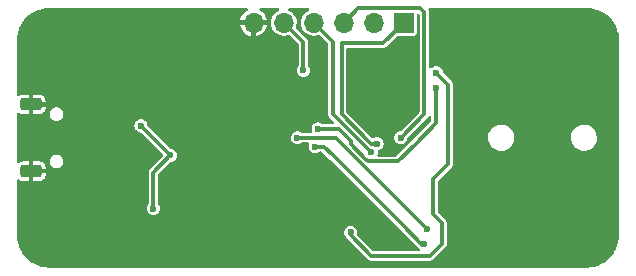
<source format=gbr>
%TF.GenerationSoftware,KiCad,Pcbnew,(6.0.7)*%
%TF.CreationDate,2023-05-28T23:18:47-04:00*%
%TF.ProjectId,microkfd,6d696372-6f6b-4666-942e-6b696361645f,E*%
%TF.SameCoordinates,Original*%
%TF.FileFunction,Copper,L2,Bot*%
%TF.FilePolarity,Positive*%
%FSLAX46Y46*%
G04 Gerber Fmt 4.6, Leading zero omitted, Abs format (unit mm)*
G04 Created by KiCad (PCBNEW (6.0.7)) date 2023-05-28 23:18:47*
%MOMM*%
%LPD*%
G01*
G04 APERTURE LIST*
G04 Aperture macros list*
%AMRoundRect*
0 Rectangle with rounded corners*
0 $1 Rounding radius*
0 $2 $3 $4 $5 $6 $7 $8 $9 X,Y pos of 4 corners*
0 Add a 4 corners polygon primitive as box body*
4,1,4,$2,$3,$4,$5,$6,$7,$8,$9,$2,$3,0*
0 Add four circle primitives for the rounded corners*
1,1,$1+$1,$2,$3*
1,1,$1+$1,$4,$5*
1,1,$1+$1,$6,$7*
1,1,$1+$1,$8,$9*
0 Add four rect primitives between the rounded corners*
20,1,$1+$1,$2,$3,$4,$5,0*
20,1,$1+$1,$4,$5,$6,$7,0*
20,1,$1+$1,$6,$7,$8,$9,0*
20,1,$1+$1,$8,$9,$2,$3,0*%
G04 Aperture macros list end*
%TA.AperFunction,ComponentPad*%
%ADD10RoundRect,0.262500X-0.667500X0.262500X-0.667500X-0.262500X0.667500X-0.262500X0.667500X0.262500X0*%
%TD*%
%TA.AperFunction,ComponentPad*%
%ADD11R,1.700000X1.700000*%
%TD*%
%TA.AperFunction,ComponentPad*%
%ADD12O,1.700000X1.700000*%
%TD*%
%TA.AperFunction,ViaPad*%
%ADD13C,0.600000*%
%TD*%
%TA.AperFunction,Conductor*%
%ADD14C,0.300000*%
%TD*%
G04 APERTURE END LIST*
D10*
%TO.P,J1,6,Shield*%
%TO.N,GND*%
X98450000Y-97175000D03*
X98450000Y-102825000D03*
%TD*%
D11*
%TO.P,J2,1,MISO*%
%TO.N,MISO*%
X130000000Y-90250000D03*
D12*
%TO.P,J2,2,VCC*%
%TO.N,+5V*%
X127460000Y-90250000D03*
%TO.P,J2,3,SCK*%
%TO.N,SCK*%
X124920000Y-90250000D03*
%TO.P,J2,4,MOSI*%
%TO.N,MOSI*%
X122380000Y-90250000D03*
%TO.P,J2,5,~{RST}*%
%TO.N,~{RESET}*%
X119840000Y-90250000D03*
%TO.P,J2,6,GND*%
%TO.N,GND*%
X117300000Y-90250000D03*
%TD*%
D13*
%TO.N,GND*%
X124000000Y-107750000D03*
X124000000Y-106500000D03*
X126250000Y-110500000D03*
X123750000Y-110500000D03*
X125000000Y-110500000D03*
X122500000Y-110500000D03*
X118750000Y-110500000D03*
X113750000Y-110500000D03*
X116250000Y-110500000D03*
X117500000Y-110500000D03*
X115000000Y-110500000D03*
X97750000Y-95500000D03*
X98750000Y-110000000D03*
X98000000Y-109000000D03*
X97750000Y-107500000D03*
X97750000Y-106250000D03*
X97750000Y-105000000D03*
X97750000Y-101250000D03*
X97750000Y-98750000D03*
X97750000Y-100000000D03*
X139750000Y-109000000D03*
X112750000Y-96750000D03*
X113750000Y-95750000D03*
X112750000Y-95750000D03*
X111750000Y-95750000D03*
X108500000Y-101500000D03*
X107750000Y-103000000D03*
X107750000Y-102000000D03*
X107750000Y-101000000D03*
X122750000Y-98250000D03*
X121750000Y-99000000D03*
X127250000Y-95250000D03*
X128000000Y-94500000D03*
X126500000Y-94500000D03*
X124500000Y-103250000D03*
X123750000Y-104000000D03*
X122500000Y-102500000D03*
%TO.N,TWI_S_TX*%
X122500000Y-100750000D03*
%TO.N,TWI_D_TX*%
X125500000Y-108000000D03*
X132750000Y-94500000D03*
%TO.N,TWI_D_RX*%
X132750000Y-95750000D03*
X122750000Y-99250000D03*
%TO.N,GND*%
X146250000Y-98750000D03*
X147250000Y-98750000D03*
X146250000Y-101250000D03*
X146250000Y-102500000D03*
X146250000Y-103750000D03*
X146250000Y-105000000D03*
X147250000Y-105000000D03*
X147250000Y-103750000D03*
X147250000Y-102500000D03*
X147250000Y-101250000D03*
X147250000Y-100000000D03*
%TO.N,TWI_S_TX*%
X131750000Y-109000000D03*
%TO.N,TWI_S_RX*%
X132000000Y-107750000D03*
X121000000Y-100000000D03*
%TO.N,GND*%
X118000000Y-101250000D03*
X118000000Y-99750000D03*
X117250000Y-100500000D03*
X100000000Y-89250000D03*
X101250000Y-89250000D03*
X102500000Y-89250000D03*
X103750000Y-89250000D03*
X105000000Y-89250000D03*
X106250000Y-89250000D03*
X107500000Y-89250000D03*
X108750000Y-89250000D03*
X115000000Y-89250000D03*
X113750000Y-89250000D03*
X112500000Y-89250000D03*
X111250000Y-89250000D03*
X110000000Y-89250000D03*
%TO.N,SCK*%
X129750000Y-100000000D03*
%TO.N,MISO*%
X127750000Y-100500000D03*
%TO.N,MOSI*%
X127250000Y-101250000D03*
%TO.N,~{RESET}*%
X121500000Y-94292393D03*
%TO.N,Net-(C3-Pad1)*%
X108799500Y-106000000D03*
X110250000Y-101500000D03*
X107750000Y-98983000D03*
%TD*%
D14*
%TO.N,TWI_S_TX*%
X123250000Y-100750000D02*
X122500000Y-100750000D01*
X124000000Y-101500000D02*
X123250000Y-100750000D01*
%TO.N,TWI_D_TX*%
X125500000Y-108250000D02*
X125500000Y-108000000D01*
X127250000Y-110000000D02*
X125500000Y-108250000D01*
X132500000Y-109750000D02*
X132250000Y-110000000D01*
X133250000Y-109000000D02*
X132500000Y-109750000D01*
X133250000Y-107250000D02*
X133250000Y-109000000D01*
X132500000Y-106500000D02*
X133250000Y-107250000D01*
X132500000Y-103500000D02*
X132500000Y-106500000D01*
X133750000Y-102250000D02*
X132500000Y-103500000D01*
X132750000Y-94500000D02*
X133750000Y-95500000D01*
X133750000Y-95500000D02*
X133750000Y-98750000D01*
X133750000Y-98750000D02*
X133750000Y-102250000D01*
X132250000Y-110000000D02*
X127250000Y-110000000D01*
%TO.N,TWI_D_RX*%
X132750000Y-98750000D02*
X132750000Y-95750000D01*
X129500000Y-102000000D02*
X131000000Y-100500000D01*
X131000000Y-100500000D02*
X132750000Y-98750000D01*
X128750000Y-102000000D02*
X129500000Y-102000000D01*
X126957106Y-102000000D02*
X128750000Y-102000000D01*
X126750000Y-101792894D02*
X126957106Y-102000000D01*
X125500000Y-100542894D02*
X126750000Y-101792894D01*
X125500000Y-100250000D02*
X125500000Y-100542894D01*
X122750000Y-99250000D02*
X124500000Y-99250000D01*
X124500000Y-99250000D02*
X125500000Y-100250000D01*
%TO.N,MOSI*%
X124000000Y-91870000D02*
X122380000Y-90250000D01*
X124000000Y-98000000D02*
X124000000Y-91870000D01*
X127250000Y-101250000D02*
X124000000Y-98000000D01*
%TO.N,TWI_S_TX*%
X124000000Y-101500000D02*
X130000000Y-107500000D01*
X131500000Y-109000000D02*
X131750000Y-109000000D01*
X130000000Y-107500000D02*
X131500000Y-109000000D01*
%TO.N,TWI_S_RX*%
X124250000Y-100000000D02*
X132000000Y-107750000D01*
X121000000Y-100000000D02*
X124250000Y-100000000D01*
%TO.N,SCK*%
X131750000Y-98000000D02*
X129750000Y-100000000D01*
X131750000Y-89397845D02*
X131750000Y-98000000D01*
X126120000Y-89050000D02*
X131402155Y-89050000D01*
X124920000Y-90250000D02*
X126120000Y-89050000D01*
X131402155Y-89050000D02*
X131750000Y-89397845D01*
%TO.N,MISO*%
X127250000Y-100500000D02*
X127750000Y-100500000D01*
X127000000Y-100250000D02*
X127250000Y-100500000D01*
X124750000Y-98000000D02*
X127000000Y-100250000D01*
X124750000Y-92000000D02*
X124750000Y-98000000D01*
X128250000Y-92000000D02*
X124750000Y-92000000D01*
X130000000Y-90250000D02*
X128250000Y-92000000D01*
%TO.N,~{RESET}*%
X121500000Y-91910000D02*
X121500000Y-94292393D01*
X119840000Y-90250000D02*
X121500000Y-91910000D01*
%TO.N,Net-(C3-Pad1)*%
X108799500Y-102950500D02*
X108799500Y-106000000D01*
X110250000Y-101500000D02*
X108799500Y-102950500D01*
X110250000Y-101483000D02*
X110250000Y-101500000D01*
X107750000Y-98983000D02*
X110250000Y-101483000D01*
%TD*%
%TA.AperFunction,Conductor*%
%TO.N,GND*%
G36*
X116766952Y-89020185D02*
G01*
X116812707Y-89072989D01*
X116822651Y-89142147D01*
X116793626Y-89205703D01*
X116763313Y-89231067D01*
X116626035Y-89312738D01*
X116616877Y-89319392D01*
X116466518Y-89451254D01*
X116458728Y-89459463D01*
X116334916Y-89616518D01*
X116328751Y-89626011D01*
X116235633Y-89803000D01*
X116231300Y-89813461D01*
X116171998Y-90004444D01*
X116169642Y-90015526D01*
X116167658Y-90032293D01*
X116170062Y-90046488D01*
X116182600Y-90050000D01*
X118418720Y-90050000D01*
X118433037Y-90045796D01*
X118434560Y-90036838D01*
X118434044Y-90034057D01*
X118379760Y-89841583D01*
X118375703Y-89831013D01*
X118287252Y-89651652D01*
X118281333Y-89641994D01*
X118161682Y-89481762D01*
X118154101Y-89473342D01*
X118007250Y-89337595D01*
X117998265Y-89330700D01*
X117837666Y-89229370D01*
X117791473Y-89176949D01*
X117780953Y-89107876D01*
X117809448Y-89044081D01*
X117867909Y-89005818D01*
X117903834Y-89000500D01*
X119352752Y-89000500D01*
X119419791Y-89020185D01*
X119465546Y-89072989D01*
X119475490Y-89142147D01*
X119446465Y-89205703D01*
X119395671Y-89240836D01*
X119369521Y-89250483D01*
X119369517Y-89250485D01*
X119364193Y-89252449D01*
X119359310Y-89255354D01*
X119359308Y-89255355D01*
X119232004Y-89331093D01*
X119190371Y-89355862D01*
X119038305Y-89489220D01*
X118913089Y-89648057D01*
X118818914Y-89827053D01*
X118817229Y-89832479D01*
X118817228Y-89832482D01*
X118779421Y-89954244D01*
X118758937Y-90020213D01*
X118735164Y-90221069D01*
X118735535Y-90226731D01*
X118735535Y-90226735D01*
X118740851Y-90307842D01*
X118748392Y-90422894D01*
X118798178Y-90618928D01*
X118800554Y-90624082D01*
X118808205Y-90640677D01*
X118882856Y-90802607D01*
X118999588Y-90967780D01*
X119144466Y-91108913D01*
X119312637Y-91221282D01*
X119498470Y-91301122D01*
X119563222Y-91315774D01*
X119690193Y-91344505D01*
X119690195Y-91344505D01*
X119695740Y-91345760D01*
X119813135Y-91350372D01*
X119892161Y-91353477D01*
X119892163Y-91353477D01*
X119897842Y-91353700D01*
X119903462Y-91352885D01*
X119903465Y-91352885D01*
X120092387Y-91325493D01*
X120092389Y-91325493D01*
X120098007Y-91324678D01*
X120103384Y-91322853D01*
X120103387Y-91322852D01*
X120211841Y-91286036D01*
X120281650Y-91283126D01*
X120339381Y-91315774D01*
X121063181Y-92039574D01*
X121096666Y-92100897D01*
X121099500Y-92127255D01*
X121099500Y-93867947D01*
X121079815Y-93934986D01*
X121073875Y-93943434D01*
X121024089Y-94008316D01*
X121024087Y-94008320D01*
X121019139Y-94014768D01*
X121014801Y-94025241D01*
X120970342Y-94132577D01*
X120963670Y-94148684D01*
X120944750Y-94292393D01*
X120963670Y-94436102D01*
X120966781Y-94443614D01*
X120966782Y-94443616D01*
X120971750Y-94455609D01*
X121019139Y-94570018D01*
X121107379Y-94685014D01*
X121222375Y-94773254D01*
X121229887Y-94776365D01*
X121229886Y-94776365D01*
X121348777Y-94825611D01*
X121348779Y-94825612D01*
X121356291Y-94828723D01*
X121500000Y-94847643D01*
X121643709Y-94828723D01*
X121651221Y-94825612D01*
X121651223Y-94825611D01*
X121770114Y-94776365D01*
X121770113Y-94776365D01*
X121777625Y-94773254D01*
X121892621Y-94685014D01*
X121980861Y-94570018D01*
X122028250Y-94455609D01*
X122033218Y-94443616D01*
X122033219Y-94443614D01*
X122036330Y-94436102D01*
X122055250Y-94292393D01*
X122036330Y-94148684D01*
X122029659Y-94132577D01*
X121985199Y-94025241D01*
X121980861Y-94014768D01*
X121975913Y-94008320D01*
X121975911Y-94008316D01*
X121926125Y-93943434D01*
X121900930Y-93878265D01*
X121900500Y-93867947D01*
X121900500Y-91846567D01*
X121893653Y-91825494D01*
X121889111Y-91806574D01*
X121887173Y-91794338D01*
X121885646Y-91784696D01*
X121880540Y-91774674D01*
X121875588Y-91764956D01*
X121868142Y-91746979D01*
X121864312Y-91735192D01*
X121861297Y-91725911D01*
X121848270Y-91707981D01*
X121838108Y-91691398D01*
X121832480Y-91680353D01*
X121828050Y-91671658D01*
X121805487Y-91649095D01*
X121805484Y-91649091D01*
X120905774Y-90749381D01*
X120872289Y-90688058D01*
X120876036Y-90621841D01*
X120912852Y-90513387D01*
X120912853Y-90513384D01*
X120914678Y-90508007D01*
X120920530Y-90467645D01*
X120943176Y-90311458D01*
X120943176Y-90311453D01*
X120943700Y-90307842D01*
X120945215Y-90250000D01*
X120926708Y-90048591D01*
X120871807Y-89853926D01*
X120782351Y-89672527D01*
X120661335Y-89510467D01*
X120512812Y-89373174D01*
X120480762Y-89352952D01*
X120346566Y-89268280D01*
X120346564Y-89268279D01*
X120341757Y-89265246D01*
X120277655Y-89239672D01*
X120222682Y-89196547D01*
X120199752Y-89130548D01*
X120216143Y-89062628D01*
X120266653Y-89014352D01*
X120323604Y-89000500D01*
X121892752Y-89000500D01*
X121959791Y-89020185D01*
X122005546Y-89072989D01*
X122015490Y-89142147D01*
X121986465Y-89205703D01*
X121935671Y-89240836D01*
X121909521Y-89250483D01*
X121909517Y-89250485D01*
X121904193Y-89252449D01*
X121899310Y-89255354D01*
X121899308Y-89255355D01*
X121772004Y-89331093D01*
X121730371Y-89355862D01*
X121578305Y-89489220D01*
X121453089Y-89648057D01*
X121358914Y-89827053D01*
X121357229Y-89832479D01*
X121357228Y-89832482D01*
X121319421Y-89954244D01*
X121298937Y-90020213D01*
X121275164Y-90221069D01*
X121275535Y-90226731D01*
X121275535Y-90226735D01*
X121280851Y-90307842D01*
X121288392Y-90422894D01*
X121338178Y-90618928D01*
X121340554Y-90624082D01*
X121348205Y-90640677D01*
X121422856Y-90802607D01*
X121539588Y-90967780D01*
X121684466Y-91108913D01*
X121852637Y-91221282D01*
X122038470Y-91301122D01*
X122103222Y-91315774D01*
X122230193Y-91344505D01*
X122230195Y-91344505D01*
X122235740Y-91345760D01*
X122353135Y-91350372D01*
X122432161Y-91353477D01*
X122432163Y-91353477D01*
X122437842Y-91353700D01*
X122443462Y-91352885D01*
X122443465Y-91352885D01*
X122632387Y-91325493D01*
X122632389Y-91325493D01*
X122638007Y-91324678D01*
X122643384Y-91322853D01*
X122643387Y-91322852D01*
X122751841Y-91286036D01*
X122821650Y-91283126D01*
X122879381Y-91315774D01*
X123563181Y-91999574D01*
X123596666Y-92060897D01*
X123599500Y-92087255D01*
X123599500Y-98063433D01*
X123602515Y-98072711D01*
X123606345Y-98084499D01*
X123610889Y-98103424D01*
X123614354Y-98125304D01*
X123618783Y-98133997D01*
X123618785Y-98134002D01*
X123624413Y-98145048D01*
X123631857Y-98163019D01*
X123634663Y-98171653D01*
X123638704Y-98184090D01*
X123651726Y-98202013D01*
X123661892Y-98218602D01*
X123671950Y-98238342D01*
X123694513Y-98260905D01*
X123694516Y-98260909D01*
X124071426Y-98637819D01*
X124104911Y-98699142D01*
X124099927Y-98768834D01*
X124058055Y-98824767D01*
X123992591Y-98849184D01*
X123983745Y-98849500D01*
X123174446Y-98849500D01*
X123107407Y-98829815D01*
X123098959Y-98823875D01*
X123034077Y-98774089D01*
X123034072Y-98774086D01*
X123027625Y-98769139D01*
X122991593Y-98754214D01*
X122901223Y-98716782D01*
X122901221Y-98716781D01*
X122893709Y-98713670D01*
X122750000Y-98694750D01*
X122606291Y-98713670D01*
X122598779Y-98716781D01*
X122598777Y-98716782D01*
X122508407Y-98754214D01*
X122472375Y-98769139D01*
X122465928Y-98774086D01*
X122399880Y-98824767D01*
X122357379Y-98857379D01*
X122269139Y-98972375D01*
X122213670Y-99106291D01*
X122194750Y-99250000D01*
X122213670Y-99393709D01*
X122223183Y-99416675D01*
X122227894Y-99428049D01*
X122235361Y-99497519D01*
X122204085Y-99559997D01*
X122143996Y-99595649D01*
X122113332Y-99599500D01*
X121424446Y-99599500D01*
X121357407Y-99579815D01*
X121348959Y-99573875D01*
X121284077Y-99524089D01*
X121284072Y-99524086D01*
X121277625Y-99519139D01*
X121225429Y-99497519D01*
X121151223Y-99466782D01*
X121151221Y-99466781D01*
X121143709Y-99463670D01*
X121000000Y-99444750D01*
X120856291Y-99463670D01*
X120848779Y-99466781D01*
X120848777Y-99466782D01*
X120774571Y-99497519D01*
X120722375Y-99519139D01*
X120607379Y-99607379D01*
X120519139Y-99722375D01*
X120516028Y-99729886D01*
X120468665Y-99844233D01*
X120463670Y-99856291D01*
X120444750Y-100000000D01*
X120463670Y-100143709D01*
X120466781Y-100151221D01*
X120466782Y-100151223D01*
X120471039Y-100161500D01*
X120519139Y-100277625D01*
X120607379Y-100392621D01*
X120613822Y-100397565D01*
X120688184Y-100454625D01*
X120722375Y-100480861D01*
X120729887Y-100483972D01*
X120729886Y-100483972D01*
X120848777Y-100533218D01*
X120848779Y-100533219D01*
X120856291Y-100536330D01*
X121000000Y-100555250D01*
X121143709Y-100536330D01*
X121151221Y-100533219D01*
X121151223Y-100533218D01*
X121270114Y-100483972D01*
X121270113Y-100483972D01*
X121277625Y-100480861D01*
X121284073Y-100475913D01*
X121284077Y-100475911D01*
X121348959Y-100426125D01*
X121414128Y-100400930D01*
X121424446Y-100400500D01*
X121863332Y-100400500D01*
X121930371Y-100420185D01*
X121976126Y-100472989D01*
X121986070Y-100542147D01*
X121977894Y-100571950D01*
X121963670Y-100606291D01*
X121944750Y-100750000D01*
X121963670Y-100893709D01*
X121966781Y-100901221D01*
X121966782Y-100901223D01*
X121992209Y-100962609D01*
X122019139Y-101027625D01*
X122107379Y-101142621D01*
X122113822Y-101147565D01*
X122199261Y-101213125D01*
X122222375Y-101230861D01*
X122258407Y-101245786D01*
X122348777Y-101283218D01*
X122348779Y-101283219D01*
X122356291Y-101286330D01*
X122500000Y-101305250D01*
X122643709Y-101286330D01*
X122651221Y-101283219D01*
X122651223Y-101283218D01*
X122741593Y-101245786D01*
X122777625Y-101230861D01*
X122784073Y-101225913D01*
X122784077Y-101225911D01*
X122848959Y-101176125D01*
X122914128Y-101150930D01*
X122924446Y-101150500D01*
X123032745Y-101150500D01*
X123099784Y-101170185D01*
X123120426Y-101186819D01*
X123694516Y-101760909D01*
X129694513Y-107760905D01*
X129694516Y-107760909D01*
X131171950Y-109238342D01*
X131261658Y-109328050D01*
X131281396Y-109338107D01*
X131297986Y-109348274D01*
X131315910Y-109361296D01*
X131321660Y-109363164D01*
X131350044Y-109383786D01*
X131352432Y-109386174D01*
X131355021Y-109389548D01*
X131387562Y-109449142D01*
X131382578Y-109518834D01*
X131340706Y-109574767D01*
X131275242Y-109599184D01*
X131266396Y-109599500D01*
X127467255Y-109599500D01*
X127400216Y-109579815D01*
X127379574Y-109563181D01*
X126069978Y-108253585D01*
X126036493Y-108192262D01*
X126037644Y-108143882D01*
X126036330Y-108143709D01*
X126054189Y-108008059D01*
X126055250Y-108000000D01*
X126036330Y-107856291D01*
X126014904Y-107804562D01*
X125983972Y-107729886D01*
X125980861Y-107722375D01*
X125892621Y-107607379D01*
X125777625Y-107519139D01*
X125741593Y-107504214D01*
X125651223Y-107466782D01*
X125651221Y-107466781D01*
X125643709Y-107463670D01*
X125500000Y-107444750D01*
X125356291Y-107463670D01*
X125348779Y-107466781D01*
X125348777Y-107466782D01*
X125258407Y-107504214D01*
X125222375Y-107519139D01*
X125107379Y-107607379D01*
X125019139Y-107722375D01*
X125016028Y-107729886D01*
X124985097Y-107804562D01*
X124963670Y-107856291D01*
X124944750Y-108000000D01*
X124963670Y-108143709D01*
X124966781Y-108151221D01*
X124966782Y-108151223D01*
X124992418Y-108213115D01*
X125019139Y-108277625D01*
X125107379Y-108392621D01*
X125113821Y-108397564D01*
X125116214Y-108399957D01*
X125136835Y-108428339D01*
X125138704Y-108434090D01*
X125151728Y-108452016D01*
X125161892Y-108468602D01*
X125171950Y-108488342D01*
X125194513Y-108510905D01*
X125194516Y-108510909D01*
X126989091Y-110305484D01*
X126989095Y-110305487D01*
X127011658Y-110328050D01*
X127031401Y-110338109D01*
X127047988Y-110348274D01*
X127058017Y-110355561D01*
X127058019Y-110355562D01*
X127065911Y-110361296D01*
X127075190Y-110364311D01*
X127086978Y-110368141D01*
X127104954Y-110375587D01*
X127124696Y-110385646D01*
X127146576Y-110389111D01*
X127165501Y-110393655D01*
X127186567Y-110400500D01*
X132313433Y-110400500D01*
X132334499Y-110393655D01*
X132353424Y-110389111D01*
X132375304Y-110385646D01*
X132383997Y-110381217D01*
X132384002Y-110381215D01*
X132395048Y-110375587D01*
X132413019Y-110368143D01*
X132421653Y-110365337D01*
X132434090Y-110361296D01*
X132452016Y-110348272D01*
X132468602Y-110338108D01*
X132488342Y-110328050D01*
X132510905Y-110305487D01*
X132510909Y-110305484D01*
X132760906Y-110055486D01*
X132760909Y-110055484D01*
X133555483Y-109260909D01*
X133578050Y-109238342D01*
X133588108Y-109218603D01*
X133598274Y-109202013D01*
X133605561Y-109191983D01*
X133611296Y-109184090D01*
X133617649Y-109164538D01*
X133618143Y-109163019D01*
X133625587Y-109145048D01*
X133631215Y-109134002D01*
X133631217Y-109133997D01*
X133635646Y-109125304D01*
X133639111Y-109103424D01*
X133643655Y-109084499D01*
X133647485Y-109072711D01*
X133650500Y-109063433D01*
X133650500Y-107186567D01*
X133643655Y-107165501D01*
X133639111Y-107146575D01*
X133637172Y-107134333D01*
X133635646Y-107124696D01*
X133631217Y-107116003D01*
X133631215Y-107115998D01*
X133625587Y-107104952D01*
X133618143Y-107086981D01*
X133614312Y-107075192D01*
X133611296Y-107065910D01*
X133598274Y-107047986D01*
X133588107Y-107031396D01*
X133582480Y-107020353D01*
X133578050Y-107011658D01*
X133220130Y-106653738D01*
X132936819Y-106370426D01*
X132903334Y-106309103D01*
X132900500Y-106282745D01*
X132900500Y-103717255D01*
X132920185Y-103650216D01*
X132936819Y-103629574D01*
X134055484Y-102510909D01*
X134055487Y-102510905D01*
X134078050Y-102488342D01*
X134088108Y-102468602D01*
X134098272Y-102452016D01*
X134111296Y-102434090D01*
X134115337Y-102421653D01*
X134118143Y-102413019D01*
X134125587Y-102395048D01*
X134131215Y-102384002D01*
X134131217Y-102383997D01*
X134135646Y-102375304D01*
X134139111Y-102353424D01*
X134143655Y-102334499D01*
X134147485Y-102322711D01*
X134150500Y-102313433D01*
X134150500Y-99945996D01*
X137145814Y-99945996D01*
X137155523Y-100155767D01*
X137204724Y-100359918D01*
X137207164Y-100365286D01*
X137207166Y-100365290D01*
X137264751Y-100491941D01*
X137291640Y-100551081D01*
X137413137Y-100722360D01*
X137417404Y-100726444D01*
X137417405Y-100726446D01*
X137560564Y-100863491D01*
X137560568Y-100863495D01*
X137564831Y-100867575D01*
X137741246Y-100981485D01*
X137746721Y-100983692D01*
X137746724Y-100983693D01*
X137930539Y-101057773D01*
X137930544Y-101057774D01*
X137936019Y-101059981D01*
X138142122Y-101100230D01*
X138147643Y-101100500D01*
X138302469Y-101100500D01*
X138459046Y-101085561D01*
X138464706Y-101083901D01*
X138464709Y-101083900D01*
X138559797Y-101056004D01*
X138660549Y-101026447D01*
X138747848Y-100981485D01*
X138841996Y-100932996D01*
X138842001Y-100932993D01*
X138847239Y-100930295D01*
X139012379Y-100800576D01*
X139084432Y-100717543D01*
X139146146Y-100646424D01*
X139146147Y-100646423D01*
X139150010Y-100641971D01*
X139170651Y-100606291D01*
X139252210Y-100465311D01*
X139252211Y-100465309D01*
X139255166Y-100460201D01*
X139324053Y-100261826D01*
X139354186Y-100054004D01*
X139349187Y-99945996D01*
X144145814Y-99945996D01*
X144155523Y-100155767D01*
X144204724Y-100359918D01*
X144207164Y-100365286D01*
X144207166Y-100365290D01*
X144264751Y-100491941D01*
X144291640Y-100551081D01*
X144413137Y-100722360D01*
X144417404Y-100726444D01*
X144417405Y-100726446D01*
X144560564Y-100863491D01*
X144560568Y-100863495D01*
X144564831Y-100867575D01*
X144741246Y-100981485D01*
X144746721Y-100983692D01*
X144746724Y-100983693D01*
X144930539Y-101057773D01*
X144930544Y-101057774D01*
X144936019Y-101059981D01*
X145142122Y-101100230D01*
X145147643Y-101100500D01*
X145302469Y-101100500D01*
X145459046Y-101085561D01*
X145464706Y-101083901D01*
X145464709Y-101083900D01*
X145559797Y-101056004D01*
X145660549Y-101026447D01*
X145747848Y-100981485D01*
X145841996Y-100932996D01*
X145842001Y-100932993D01*
X145847239Y-100930295D01*
X146012379Y-100800576D01*
X146084432Y-100717543D01*
X146146146Y-100646424D01*
X146146147Y-100646423D01*
X146150010Y-100641971D01*
X146170651Y-100606291D01*
X146252210Y-100465311D01*
X146252211Y-100465309D01*
X146255166Y-100460201D01*
X146324053Y-100261826D01*
X146354186Y-100054004D01*
X146344477Y-99844233D01*
X146320325Y-99744018D01*
X146296658Y-99645815D01*
X146296657Y-99645812D01*
X146295276Y-99640082D01*
X146283337Y-99613822D01*
X146210802Y-99454290D01*
X146208360Y-99448919D01*
X146086863Y-99277640D01*
X146082595Y-99273554D01*
X145939436Y-99136509D01*
X145939432Y-99136505D01*
X145935169Y-99132425D01*
X145758754Y-99018515D01*
X145753279Y-99016308D01*
X145753276Y-99016307D01*
X145569461Y-98942227D01*
X145569456Y-98942226D01*
X145563981Y-98940019D01*
X145357878Y-98899770D01*
X145352357Y-98899500D01*
X145197531Y-98899500D01*
X145040954Y-98914439D01*
X145035294Y-98916099D01*
X145035291Y-98916100D01*
X144940203Y-98943996D01*
X144839451Y-98973553D01*
X144834202Y-98976256D01*
X144834203Y-98976256D01*
X144658004Y-99067004D01*
X144657999Y-99067007D01*
X144652761Y-99069705D01*
X144487621Y-99199424D01*
X144349990Y-99358029D01*
X144347037Y-99363134D01*
X144347036Y-99363135D01*
X144249886Y-99531067D01*
X144244834Y-99539799D01*
X144175947Y-99738174D01*
X144145814Y-99945996D01*
X139349187Y-99945996D01*
X139344477Y-99844233D01*
X139320325Y-99744018D01*
X139296658Y-99645815D01*
X139296657Y-99645812D01*
X139295276Y-99640082D01*
X139283337Y-99613822D01*
X139210802Y-99454290D01*
X139208360Y-99448919D01*
X139086863Y-99277640D01*
X139082595Y-99273554D01*
X138939436Y-99136509D01*
X138939432Y-99136505D01*
X138935169Y-99132425D01*
X138758754Y-99018515D01*
X138753279Y-99016308D01*
X138753276Y-99016307D01*
X138569461Y-98942227D01*
X138569456Y-98942226D01*
X138563981Y-98940019D01*
X138357878Y-98899770D01*
X138352357Y-98899500D01*
X138197531Y-98899500D01*
X138040954Y-98914439D01*
X138035294Y-98916099D01*
X138035291Y-98916100D01*
X137940203Y-98943996D01*
X137839451Y-98973553D01*
X137834202Y-98976256D01*
X137834203Y-98976256D01*
X137658004Y-99067004D01*
X137657999Y-99067007D01*
X137652761Y-99069705D01*
X137487621Y-99199424D01*
X137349990Y-99358029D01*
X137347037Y-99363134D01*
X137347036Y-99363135D01*
X137249886Y-99531067D01*
X137244834Y-99539799D01*
X137175947Y-99738174D01*
X137145814Y-99945996D01*
X134150500Y-99945996D01*
X134150500Y-95436567D01*
X134143653Y-95415494D01*
X134139111Y-95396574D01*
X134135646Y-95374696D01*
X134126823Y-95357379D01*
X134125588Y-95354956D01*
X134118142Y-95336979D01*
X134114312Y-95325192D01*
X134111297Y-95315911D01*
X134098270Y-95297981D01*
X134088108Y-95281398D01*
X134082480Y-95270353D01*
X134078050Y-95261658D01*
X134055487Y-95239095D01*
X134055484Y-95239091D01*
X133333325Y-94516932D01*
X133299840Y-94455609D01*
X133298067Y-94445437D01*
X133287392Y-94364354D01*
X133287391Y-94364351D01*
X133286330Y-94356291D01*
X133230861Y-94222375D01*
X133142621Y-94107379D01*
X133027625Y-94019139D01*
X132991593Y-94004214D01*
X132901223Y-93966782D01*
X132901221Y-93966781D01*
X132893709Y-93963670D01*
X132750000Y-93944750D01*
X132606291Y-93963670D01*
X132598779Y-93966781D01*
X132598777Y-93966782D01*
X132508407Y-94004214D01*
X132472375Y-94019139D01*
X132357379Y-94107379D01*
X132357011Y-94106899D01*
X132300858Y-94137561D01*
X132231166Y-94132577D01*
X132175233Y-94090705D01*
X132150816Y-94025241D01*
X132150500Y-94016395D01*
X132150500Y-89334412D01*
X132143655Y-89313346D01*
X132139111Y-89294420D01*
X132137172Y-89282178D01*
X132135646Y-89272541D01*
X132131217Y-89263848D01*
X132131215Y-89263843D01*
X132125587Y-89252797D01*
X132118143Y-89234826D01*
X132114312Y-89223037D01*
X132111296Y-89213755D01*
X132105562Y-89205863D01*
X132105559Y-89205857D01*
X132099404Y-89197386D01*
X132075923Y-89131580D01*
X132091748Y-89063526D01*
X132141853Y-89014831D01*
X132199721Y-89000500D01*
X145463115Y-89000500D01*
X145487306Y-89002883D01*
X145500000Y-89005408D01*
X145511978Y-89003026D01*
X145524191Y-89003026D01*
X145524191Y-89003219D01*
X145534950Y-89002463D01*
X145629045Y-89007747D01*
X145800894Y-89017398D01*
X145814712Y-89018955D01*
X146104953Y-89068269D01*
X146118510Y-89071363D01*
X146401413Y-89152866D01*
X146414538Y-89157459D01*
X146686528Y-89270121D01*
X146699056Y-89276154D01*
X146810226Y-89337595D01*
X146956732Y-89418566D01*
X146968495Y-89425957D01*
X147139175Y-89547061D01*
X147208605Y-89596324D01*
X147219477Y-89604995D01*
X147438997Y-89801171D01*
X147448829Y-89811003D01*
X147645005Y-90030523D01*
X147653676Y-90041395D01*
X147804287Y-90253661D01*
X147824039Y-90281499D01*
X147831437Y-90293273D01*
X147973846Y-90550944D01*
X147979879Y-90563472D01*
X148092541Y-90835462D01*
X148097134Y-90848587D01*
X148170990Y-91104945D01*
X148178637Y-91131490D01*
X148181731Y-91145046D01*
X148183797Y-91157206D01*
X148231045Y-91435288D01*
X148232602Y-91449106D01*
X148247141Y-91707989D01*
X148247537Y-91715048D01*
X148246781Y-91725809D01*
X148246974Y-91725809D01*
X148246974Y-91738022D01*
X148244592Y-91750000D01*
X148246975Y-91761979D01*
X148247117Y-91762694D01*
X148249500Y-91786885D01*
X148249500Y-108213115D01*
X148247117Y-108237306D01*
X148244592Y-108250000D01*
X148246974Y-108261978D01*
X148246974Y-108274191D01*
X148246781Y-108274191D01*
X148247537Y-108284950D01*
X148247400Y-108287391D01*
X148232602Y-108550894D01*
X148231045Y-108564712D01*
X148181731Y-108854953D01*
X148178637Y-108868510D01*
X148097134Y-109151413D01*
X148092541Y-109164538D01*
X147979879Y-109436528D01*
X147973846Y-109449056D01*
X147831437Y-109706727D01*
X147824039Y-109718501D01*
X147653676Y-109958605D01*
X147645005Y-109969477D01*
X147448829Y-110188997D01*
X147438997Y-110198829D01*
X147219477Y-110395005D01*
X147208605Y-110403676D01*
X146968495Y-110574043D01*
X146956732Y-110581434D01*
X146842625Y-110644499D01*
X146699056Y-110723846D01*
X146686528Y-110729879D01*
X146414538Y-110842541D01*
X146401413Y-110847134D01*
X146118510Y-110928637D01*
X146104953Y-110931731D01*
X145814712Y-110981045D01*
X145800894Y-110982602D01*
X145629045Y-110992253D01*
X145534950Y-110997537D01*
X145524191Y-110996781D01*
X145524191Y-110996974D01*
X145511978Y-110996974D01*
X145500000Y-110994592D01*
X145487345Y-110997109D01*
X145487306Y-110997117D01*
X145463115Y-110999500D01*
X100036885Y-110999500D01*
X100012694Y-110997117D01*
X100012655Y-110997109D01*
X100000000Y-110994592D01*
X99988022Y-110996974D01*
X99975809Y-110996974D01*
X99975809Y-110996781D01*
X99965050Y-110997537D01*
X99870955Y-110992253D01*
X99699106Y-110982602D01*
X99685288Y-110981045D01*
X99395047Y-110931731D01*
X99381490Y-110928637D01*
X99098587Y-110847134D01*
X99085462Y-110842541D01*
X98813472Y-110729879D01*
X98800944Y-110723846D01*
X98657375Y-110644499D01*
X98543268Y-110581434D01*
X98531505Y-110574043D01*
X98291395Y-110403676D01*
X98280523Y-110395005D01*
X98061003Y-110198829D01*
X98051171Y-110188997D01*
X97854995Y-109969477D01*
X97846324Y-109958605D01*
X97675961Y-109718501D01*
X97668563Y-109706727D01*
X97526154Y-109449056D01*
X97520121Y-109436528D01*
X97407459Y-109164538D01*
X97402866Y-109151413D01*
X97321363Y-108868510D01*
X97318269Y-108854953D01*
X97268955Y-108564712D01*
X97267398Y-108550894D01*
X97252600Y-108287391D01*
X97252463Y-108284950D01*
X97253219Y-108274191D01*
X97253026Y-108274191D01*
X97253026Y-108261978D01*
X97255408Y-108250000D01*
X97252883Y-108237306D01*
X97250500Y-108213115D01*
X97250500Y-103639745D01*
X97270185Y-103572706D01*
X97322989Y-103526951D01*
X97392147Y-103517007D01*
X97449986Y-103541369D01*
X97492376Y-103573896D01*
X97506331Y-103581953D01*
X97628149Y-103632412D01*
X97643717Y-103636583D01*
X97741610Y-103649471D01*
X97749683Y-103650000D01*
X98232170Y-103650000D01*
X98247169Y-103645596D01*
X98248356Y-103644226D01*
X98250000Y-103636668D01*
X98250000Y-103632170D01*
X98650000Y-103632170D01*
X98654404Y-103647169D01*
X98655774Y-103648356D01*
X98663332Y-103650000D01*
X99150317Y-103650000D01*
X99158390Y-103649471D01*
X99256283Y-103636583D01*
X99271851Y-103632412D01*
X99393669Y-103581953D01*
X99407624Y-103573896D01*
X99512233Y-103493627D01*
X99523627Y-103482233D01*
X99603896Y-103377624D01*
X99611953Y-103363669D01*
X99662412Y-103241851D01*
X99666583Y-103226283D01*
X99679471Y-103128390D01*
X99680000Y-103120317D01*
X99680000Y-103042830D01*
X99675596Y-103027831D01*
X99674226Y-103026644D01*
X99666668Y-103025000D01*
X98667830Y-103025000D01*
X98652831Y-103029404D01*
X98651644Y-103030774D01*
X98650000Y-103038332D01*
X98650000Y-103632170D01*
X98250000Y-103632170D01*
X98250000Y-102607170D01*
X98650000Y-102607170D01*
X98654404Y-102622169D01*
X98655774Y-102623356D01*
X98663332Y-102625000D01*
X99662170Y-102625000D01*
X99677169Y-102620596D01*
X99678356Y-102619226D01*
X99680000Y-102611668D01*
X99680000Y-102529683D01*
X99679471Y-102521610D01*
X99666583Y-102423717D01*
X99662412Y-102408149D01*
X99611953Y-102286331D01*
X99603896Y-102272376D01*
X99523627Y-102167767D01*
X99512233Y-102156373D01*
X99407624Y-102076104D01*
X99393669Y-102068047D01*
X99271851Y-102017588D01*
X99256283Y-102013417D01*
X99158390Y-102000529D01*
X99150317Y-102000000D01*
X100019534Y-102000000D01*
X100039313Y-102150236D01*
X100042422Y-102157743D01*
X100042423Y-102157745D01*
X100068308Y-102220235D01*
X100097302Y-102290233D01*
X100189549Y-102410451D01*
X100309767Y-102502698D01*
X100374914Y-102529683D01*
X100442255Y-102557577D01*
X100442257Y-102557578D01*
X100449764Y-102560687D01*
X100457823Y-102561748D01*
X100558260Y-102574971D01*
X100558264Y-102574971D01*
X100562280Y-102575500D01*
X100637720Y-102575500D01*
X100641736Y-102574971D01*
X100641740Y-102574971D01*
X100742177Y-102561748D01*
X100750236Y-102560687D01*
X100757743Y-102557578D01*
X100757745Y-102557577D01*
X100825086Y-102529683D01*
X100890233Y-102502698D01*
X101010451Y-102410451D01*
X101102698Y-102290233D01*
X101131692Y-102220235D01*
X101157577Y-102157745D01*
X101157578Y-102157743D01*
X101160687Y-102150236D01*
X101180466Y-102000000D01*
X101160687Y-101849764D01*
X101102698Y-101709767D01*
X101010451Y-101589549D01*
X100997766Y-101579815D01*
X100896680Y-101502249D01*
X100890233Y-101497302D01*
X100812592Y-101465142D01*
X100757745Y-101442423D01*
X100757743Y-101442422D01*
X100750236Y-101439313D01*
X100742177Y-101438252D01*
X100641740Y-101425029D01*
X100641736Y-101425029D01*
X100637720Y-101424500D01*
X100562280Y-101424500D01*
X100558264Y-101425029D01*
X100558260Y-101425029D01*
X100457823Y-101438252D01*
X100449764Y-101439313D01*
X100442257Y-101442422D01*
X100442255Y-101442423D01*
X100387408Y-101465142D01*
X100309767Y-101497302D01*
X100303320Y-101502249D01*
X100202235Y-101579815D01*
X100189549Y-101589549D01*
X100097302Y-101709767D01*
X100039313Y-101849764D01*
X100019534Y-102000000D01*
X99150317Y-102000000D01*
X98667830Y-102000000D01*
X98652831Y-102004404D01*
X98651644Y-102005774D01*
X98650000Y-102013332D01*
X98650000Y-102607170D01*
X98250000Y-102607170D01*
X98250000Y-102017830D01*
X98245596Y-102002831D01*
X98244226Y-102001644D01*
X98236668Y-102000000D01*
X97749683Y-102000000D01*
X97741610Y-102000529D01*
X97643717Y-102013417D01*
X97628149Y-102017588D01*
X97506331Y-102068047D01*
X97492376Y-102076104D01*
X97449986Y-102108631D01*
X97384817Y-102133825D01*
X97316372Y-102119787D01*
X97266383Y-102070973D01*
X97250500Y-102010255D01*
X97250500Y-98983000D01*
X107194750Y-98983000D01*
X107213670Y-99126709D01*
X107269139Y-99260625D01*
X107357379Y-99375621D01*
X107472375Y-99463861D01*
X107479887Y-99466972D01*
X107479886Y-99466972D01*
X107598777Y-99516218D01*
X107598779Y-99516219D01*
X107606291Y-99519330D01*
X107614351Y-99520391D01*
X107614354Y-99520392D01*
X107695437Y-99531067D01*
X107759334Y-99559334D01*
X107766932Y-99566325D01*
X109604426Y-101403819D01*
X109637911Y-101465142D01*
X109632927Y-101534834D01*
X109604426Y-101579181D01*
X108494016Y-102689591D01*
X108494013Y-102689595D01*
X108471450Y-102712158D01*
X108467020Y-102720853D01*
X108461394Y-102731895D01*
X108451228Y-102748484D01*
X108438204Y-102766410D01*
X108435187Y-102775696D01*
X108431357Y-102787481D01*
X108423913Y-102805452D01*
X108418285Y-102816498D01*
X108418283Y-102816503D01*
X108413854Y-102825196D01*
X108412328Y-102834833D01*
X108410389Y-102847075D01*
X108405845Y-102866001D01*
X108399000Y-102887067D01*
X108399000Y-105575554D01*
X108379315Y-105642593D01*
X108373375Y-105651041D01*
X108323589Y-105715923D01*
X108323587Y-105715927D01*
X108318639Y-105722375D01*
X108263170Y-105856291D01*
X108244250Y-106000000D01*
X108263170Y-106143709D01*
X108318639Y-106277625D01*
X108406879Y-106392621D01*
X108521875Y-106480861D01*
X108529387Y-106483972D01*
X108529386Y-106483972D01*
X108648277Y-106533218D01*
X108648279Y-106533219D01*
X108655791Y-106536330D01*
X108799500Y-106555250D01*
X108943209Y-106536330D01*
X108950721Y-106533219D01*
X108950723Y-106533218D01*
X109069614Y-106483972D01*
X109069613Y-106483972D01*
X109077125Y-106480861D01*
X109192121Y-106392621D01*
X109280361Y-106277625D01*
X109335830Y-106143709D01*
X109354750Y-106000000D01*
X109335830Y-105856291D01*
X109280361Y-105722375D01*
X109275413Y-105715927D01*
X109275411Y-105715923D01*
X109225625Y-105651041D01*
X109200430Y-105585872D01*
X109200000Y-105575554D01*
X109200000Y-103167755D01*
X109219685Y-103100716D01*
X109236319Y-103080074D01*
X110233068Y-102083325D01*
X110294391Y-102049840D01*
X110304563Y-102048067D01*
X110385646Y-102037392D01*
X110385649Y-102037391D01*
X110393709Y-102036330D01*
X110401221Y-102033219D01*
X110401223Y-102033218D01*
X110520114Y-101983972D01*
X110520113Y-101983972D01*
X110527625Y-101980861D01*
X110642621Y-101892621D01*
X110730861Y-101777625D01*
X110786330Y-101643709D01*
X110805250Y-101500000D01*
X110786330Y-101356291D01*
X110765189Y-101305250D01*
X110738965Y-101241940D01*
X110730861Y-101222375D01*
X110642621Y-101107379D01*
X110614919Y-101086122D01*
X110534072Y-101024086D01*
X110527625Y-101019139D01*
X110393709Y-100963670D01*
X110336758Y-100956172D01*
X110324141Y-100954511D01*
X110260245Y-100926244D01*
X110252646Y-100919253D01*
X108333325Y-98999932D01*
X108299840Y-98938609D01*
X108298067Y-98928437D01*
X108287392Y-98847354D01*
X108287391Y-98847351D01*
X108286330Y-98839291D01*
X108275620Y-98813433D01*
X108233972Y-98712886D01*
X108230861Y-98705375D01*
X108142621Y-98590379D01*
X108123231Y-98575500D01*
X108034072Y-98507086D01*
X108027625Y-98502139D01*
X107991593Y-98487214D01*
X107901223Y-98449782D01*
X107901221Y-98449781D01*
X107893709Y-98446670D01*
X107750000Y-98427750D01*
X107606291Y-98446670D01*
X107598779Y-98449781D01*
X107598777Y-98449782D01*
X107508407Y-98487214D01*
X107472375Y-98502139D01*
X107465928Y-98507086D01*
X107376770Y-98575500D01*
X107357379Y-98590379D01*
X107269139Y-98705375D01*
X107266028Y-98712886D01*
X107224381Y-98813433D01*
X107213670Y-98839291D01*
X107194750Y-98983000D01*
X97250500Y-98983000D01*
X97250500Y-97989745D01*
X97270185Y-97922706D01*
X97322989Y-97876951D01*
X97392147Y-97867007D01*
X97449986Y-97891369D01*
X97492376Y-97923896D01*
X97506331Y-97931953D01*
X97628149Y-97982412D01*
X97643717Y-97986583D01*
X97741610Y-97999471D01*
X97749683Y-98000000D01*
X98232170Y-98000000D01*
X98247169Y-97995596D01*
X98248356Y-97994226D01*
X98250000Y-97986668D01*
X98250000Y-97982170D01*
X98650000Y-97982170D01*
X98654404Y-97997169D01*
X98655774Y-97998356D01*
X98663332Y-98000000D01*
X99150317Y-98000000D01*
X100019534Y-98000000D01*
X100039313Y-98150236D01*
X100042422Y-98157743D01*
X100042423Y-98157745D01*
X100067632Y-98218604D01*
X100097302Y-98290233D01*
X100189549Y-98410451D01*
X100195992Y-98415395D01*
X100236750Y-98446670D01*
X100309767Y-98502698D01*
X100320361Y-98507086D01*
X100442255Y-98557577D01*
X100442257Y-98557578D01*
X100449764Y-98560687D01*
X100457823Y-98561748D01*
X100558260Y-98574971D01*
X100558264Y-98574971D01*
X100562280Y-98575500D01*
X100637720Y-98575500D01*
X100641736Y-98574971D01*
X100641740Y-98574971D01*
X100742177Y-98561748D01*
X100750236Y-98560687D01*
X100757743Y-98557578D01*
X100757745Y-98557577D01*
X100879639Y-98507086D01*
X100890233Y-98502698D01*
X100963250Y-98446670D01*
X101004008Y-98415395D01*
X101010451Y-98410451D01*
X101102698Y-98290233D01*
X101132368Y-98218604D01*
X101157577Y-98157745D01*
X101157578Y-98157743D01*
X101160687Y-98150236D01*
X101180466Y-98000000D01*
X101160687Y-97849764D01*
X101153426Y-97832233D01*
X101131692Y-97779765D01*
X101102698Y-97709767D01*
X101010451Y-97589549D01*
X100890233Y-97497302D01*
X100820234Y-97468307D01*
X100757745Y-97442423D01*
X100757743Y-97442422D01*
X100750236Y-97439313D01*
X100742177Y-97438252D01*
X100641740Y-97425029D01*
X100641736Y-97425029D01*
X100637720Y-97424500D01*
X100562280Y-97424500D01*
X100558264Y-97425029D01*
X100558260Y-97425029D01*
X100457823Y-97438252D01*
X100449764Y-97439313D01*
X100442257Y-97442422D01*
X100442255Y-97442423D01*
X100379765Y-97468308D01*
X100309767Y-97497302D01*
X100189549Y-97589549D01*
X100097302Y-97709767D01*
X100068308Y-97779765D01*
X100046575Y-97832233D01*
X100039313Y-97849764D01*
X100019534Y-98000000D01*
X99150317Y-98000000D01*
X99158390Y-97999471D01*
X99256283Y-97986583D01*
X99271851Y-97982412D01*
X99393669Y-97931953D01*
X99407624Y-97923896D01*
X99512233Y-97843627D01*
X99523627Y-97832233D01*
X99603896Y-97727624D01*
X99611953Y-97713669D01*
X99662412Y-97591851D01*
X99666583Y-97576283D01*
X99679471Y-97478390D01*
X99680000Y-97470317D01*
X99680000Y-97392830D01*
X99675596Y-97377831D01*
X99674226Y-97376644D01*
X99666668Y-97375000D01*
X98667830Y-97375000D01*
X98652831Y-97379404D01*
X98651644Y-97380774D01*
X98650000Y-97388332D01*
X98650000Y-97982170D01*
X98250000Y-97982170D01*
X98250000Y-96957170D01*
X98650000Y-96957170D01*
X98654404Y-96972169D01*
X98655774Y-96973356D01*
X98663332Y-96975000D01*
X99662170Y-96975000D01*
X99677169Y-96970596D01*
X99678356Y-96969226D01*
X99680000Y-96961668D01*
X99680000Y-96879683D01*
X99679471Y-96871610D01*
X99666583Y-96773717D01*
X99662412Y-96758149D01*
X99611953Y-96636331D01*
X99603896Y-96622376D01*
X99523627Y-96517767D01*
X99512233Y-96506373D01*
X99407624Y-96426104D01*
X99393669Y-96418047D01*
X99271851Y-96367588D01*
X99256283Y-96363417D01*
X99158390Y-96350529D01*
X99150317Y-96350000D01*
X98667830Y-96350000D01*
X98652831Y-96354404D01*
X98651644Y-96355774D01*
X98650000Y-96363332D01*
X98650000Y-96957170D01*
X98250000Y-96957170D01*
X98250000Y-96367830D01*
X98245596Y-96352831D01*
X98244226Y-96351644D01*
X98236668Y-96350000D01*
X97749683Y-96350000D01*
X97741610Y-96350529D01*
X97643717Y-96363417D01*
X97628149Y-96367588D01*
X97506331Y-96418047D01*
X97492376Y-96426104D01*
X97449986Y-96458631D01*
X97384817Y-96483825D01*
X97316372Y-96469787D01*
X97266383Y-96420973D01*
X97250500Y-96360255D01*
X97250500Y-91786885D01*
X97252883Y-91762694D01*
X97253025Y-91761979D01*
X97255408Y-91750000D01*
X97253026Y-91738022D01*
X97253026Y-91725809D01*
X97253219Y-91725809D01*
X97252463Y-91715048D01*
X97252860Y-91707989D01*
X97267398Y-91449106D01*
X97268955Y-91435288D01*
X97316203Y-91157206D01*
X97318269Y-91145046D01*
X97321363Y-91131490D01*
X97329011Y-91104945D01*
X97402866Y-90848587D01*
X97407459Y-90835462D01*
X97520121Y-90563472D01*
X97526154Y-90550944D01*
X97574892Y-90462759D01*
X116167441Y-90462759D01*
X116209921Y-90630022D01*
X116213694Y-90640677D01*
X116297426Y-90822305D01*
X116303082Y-90832101D01*
X116418508Y-90995426D01*
X116425859Y-91004032D01*
X116569107Y-91143579D01*
X116577908Y-91150706D01*
X116744186Y-91261809D01*
X116754144Y-91267216D01*
X116937879Y-91346154D01*
X116948661Y-91349658D01*
X117082609Y-91379967D01*
X117096462Y-91379092D01*
X117100000Y-91369843D01*
X117100000Y-91365279D01*
X117500000Y-91365279D01*
X117503903Y-91378573D01*
X117517681Y-91380546D01*
X117563986Y-91373832D01*
X117574999Y-91371187D01*
X117764361Y-91306908D01*
X117774713Y-91302299D01*
X117949195Y-91204585D01*
X117958535Y-91198165D01*
X118112284Y-91070294D01*
X118120294Y-91062284D01*
X118248165Y-90908535D01*
X118254585Y-90899195D01*
X118352299Y-90724713D01*
X118356908Y-90714361D01*
X118421187Y-90524999D01*
X118423832Y-90513986D01*
X118430551Y-90467645D01*
X118428595Y-90453929D01*
X118415245Y-90450000D01*
X117517830Y-90450000D01*
X117502831Y-90454404D01*
X117501644Y-90455774D01*
X117500000Y-90463332D01*
X117500000Y-91365279D01*
X117100000Y-91365279D01*
X117100000Y-90467830D01*
X117095596Y-90452831D01*
X117094226Y-90451644D01*
X117086668Y-90450000D01*
X116182031Y-90450000D01*
X116168714Y-90453910D01*
X116167441Y-90462759D01*
X97574892Y-90462759D01*
X97668563Y-90293273D01*
X97675961Y-90281499D01*
X97695714Y-90253661D01*
X97846324Y-90041395D01*
X97854995Y-90030523D01*
X98051171Y-89811003D01*
X98061003Y-89801171D01*
X98280523Y-89604995D01*
X98291395Y-89596324D01*
X98360825Y-89547061D01*
X98531505Y-89425957D01*
X98543268Y-89418566D01*
X98689774Y-89337595D01*
X98800944Y-89276154D01*
X98813472Y-89270121D01*
X99085462Y-89157459D01*
X99098587Y-89152866D01*
X99381490Y-89071363D01*
X99395047Y-89068269D01*
X99685288Y-89018955D01*
X99699106Y-89017398D01*
X99870955Y-89007747D01*
X99965050Y-89002463D01*
X99975809Y-89003219D01*
X99975809Y-89003026D01*
X99988022Y-89003026D01*
X100000000Y-89005408D01*
X100012694Y-89002883D01*
X100036885Y-89000500D01*
X116699913Y-89000500D01*
X116766952Y-89020185D01*
G37*
%TD.AperFunction*%
%TA.AperFunction,Conductor*%
G36*
X131305703Y-89520387D02*
G01*
X131312181Y-89526419D01*
X131313181Y-89527419D01*
X131346666Y-89588742D01*
X131349500Y-89615100D01*
X131349500Y-97782746D01*
X131329815Y-97849785D01*
X131313181Y-97870427D01*
X129766932Y-99416675D01*
X129705609Y-99450160D01*
X129695437Y-99451933D01*
X129614354Y-99462608D01*
X129614351Y-99462609D01*
X129606291Y-99463670D01*
X129598779Y-99466781D01*
X129598777Y-99466782D01*
X129524571Y-99497519D01*
X129472375Y-99519139D01*
X129357379Y-99607379D01*
X129269139Y-99722375D01*
X129266028Y-99729886D01*
X129218665Y-99844233D01*
X129213670Y-99856291D01*
X129194750Y-100000000D01*
X129213670Y-100143709D01*
X129216781Y-100151221D01*
X129216782Y-100151223D01*
X129221039Y-100161500D01*
X129269139Y-100277625D01*
X129357379Y-100392621D01*
X129363822Y-100397565D01*
X129438184Y-100454625D01*
X129472375Y-100480861D01*
X129479887Y-100483972D01*
X129479886Y-100483972D01*
X129598777Y-100533218D01*
X129598779Y-100533219D01*
X129606291Y-100536330D01*
X129750000Y-100555250D01*
X129893709Y-100536330D01*
X129901221Y-100533219D01*
X129901223Y-100533218D01*
X130020114Y-100483972D01*
X130020113Y-100483972D01*
X130027625Y-100480861D01*
X130061816Y-100454625D01*
X130136178Y-100397565D01*
X130142621Y-100392621D01*
X130230861Y-100277625D01*
X130278961Y-100161500D01*
X130283218Y-100151223D01*
X130283219Y-100151221D01*
X130286330Y-100143709D01*
X130294909Y-100078553D01*
X130298067Y-100054563D01*
X130326334Y-99990666D01*
X130333325Y-99983068D01*
X132055483Y-98260909D01*
X132078050Y-98238342D01*
X132088108Y-98218603D01*
X132098274Y-98202013D01*
X132105560Y-98191985D01*
X132111296Y-98184090D01*
X132114312Y-98174808D01*
X132115015Y-98173428D01*
X132162989Y-98122632D01*
X132230810Y-98105837D01*
X132296945Y-98128374D01*
X132340397Y-98183089D01*
X132349500Y-98229723D01*
X132349500Y-98532745D01*
X132329815Y-98599784D01*
X132313181Y-98620426D01*
X130694516Y-100239091D01*
X130694513Y-100239095D01*
X129370426Y-101563181D01*
X129309103Y-101596666D01*
X129282745Y-101599500D01*
X127886668Y-101599500D01*
X127819629Y-101579815D01*
X127773874Y-101527011D01*
X127763930Y-101457853D01*
X127772106Y-101428049D01*
X127782142Y-101403819D01*
X127786330Y-101393709D01*
X127805250Y-101250000D01*
X127800764Y-101215928D01*
X127795147Y-101173259D01*
X127805913Y-101104224D01*
X127852293Y-101051968D01*
X127885837Y-101037366D01*
X127893709Y-101036330D01*
X128027625Y-100980861D01*
X128093524Y-100930295D01*
X128136178Y-100897565D01*
X128142621Y-100892621D01*
X128230861Y-100777625D01*
X128253752Y-100722360D01*
X128283218Y-100651223D01*
X128283219Y-100651221D01*
X128286330Y-100643709D01*
X128305250Y-100500000D01*
X128286330Y-100356291D01*
X128230861Y-100222375D01*
X128142621Y-100107379D01*
X128027625Y-100019139D01*
X127981419Y-100000000D01*
X127901223Y-99966782D01*
X127901221Y-99966781D01*
X127893709Y-99963670D01*
X127750000Y-99944750D01*
X127606291Y-99963670D01*
X127598779Y-99966781D01*
X127598777Y-99966782D01*
X127479888Y-100016027D01*
X127472375Y-100019139D01*
X127467758Y-100022682D01*
X127400901Y-100038903D01*
X127334873Y-100016052D01*
X127319117Y-100002724D01*
X125186819Y-97870426D01*
X125153334Y-97809103D01*
X125150500Y-97782745D01*
X125150500Y-92524500D01*
X125170185Y-92457461D01*
X125222989Y-92411706D01*
X125274500Y-92400500D01*
X128313433Y-92400500D01*
X128334499Y-92393655D01*
X128353424Y-92389111D01*
X128375304Y-92385646D01*
X128383997Y-92381217D01*
X128384002Y-92381215D01*
X128395048Y-92375587D01*
X128413019Y-92368143D01*
X128421653Y-92365337D01*
X128434090Y-92361296D01*
X128452016Y-92348272D01*
X128468602Y-92338108D01*
X128488342Y-92328050D01*
X128510905Y-92305487D01*
X128510909Y-92305484D01*
X129429574Y-91386819D01*
X129490897Y-91353334D01*
X129517255Y-91350500D01*
X130874674Y-91350500D01*
X130880650Y-91349311D01*
X130880653Y-91349311D01*
X130913687Y-91342740D01*
X130947740Y-91335966D01*
X131030601Y-91280601D01*
X131039545Y-91267216D01*
X131079180Y-91207896D01*
X131085966Y-91197740D01*
X131095322Y-91150706D01*
X131099311Y-91130653D01*
X131099311Y-91130650D01*
X131100500Y-91124674D01*
X131100500Y-89614100D01*
X131120185Y-89547061D01*
X131172989Y-89501306D01*
X131242147Y-89491362D01*
X131305703Y-89520387D01*
G37*
%TD.AperFunction*%
%TD*%
M02*

</source>
